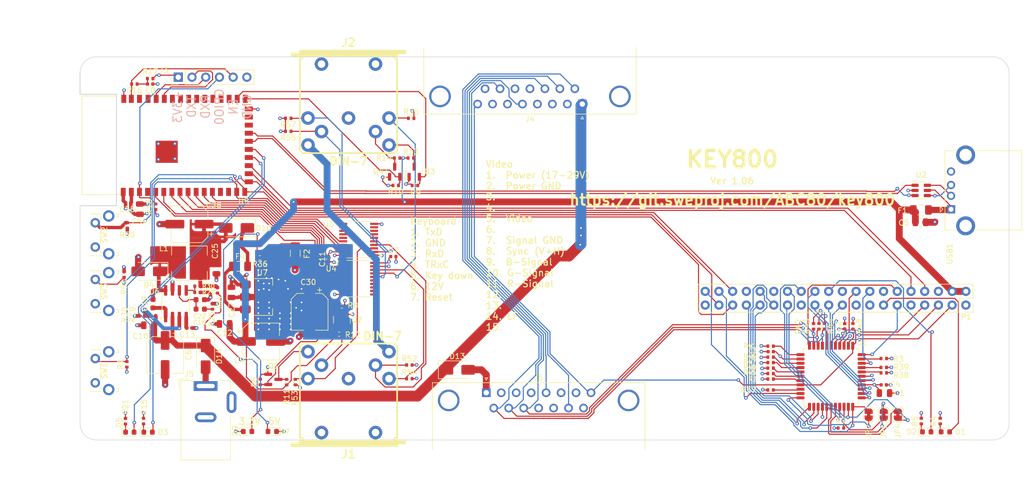
<source format=kicad_pcb>
(kicad_pcb
	(version 20240108)
	(generator "pcbnew")
	(generator_version "8.0")
	(general
		(thickness 1.6)
		(legacy_teardrops no)
	)
	(paper "A4")
	(title_block
		(title "KEY800")
		(date "2024-10-18")
		(rev "1.06")
		(company "www.SweProj.com")
	)
	(layers
		(0 "F.Cu" signal)
		(1 "In1.Cu" power)
		(2 "In2.Cu" power)
		(31 "B.Cu" signal)
		(34 "B.Paste" user)
		(35 "F.Paste" user)
		(36 "B.SilkS" user "B.Silkscreen")
		(37 "F.SilkS" user "F.Silkscreen")
		(38 "B.Mask" user)
		(39 "F.Mask" user)
		(40 "Dwgs.User" user "User.Drawings")
		(41 "Cmts.User" user "User.Comments")
		(44 "Edge.Cuts" user)
		(45 "Margin" user)
		(46 "B.CrtYd" user "B.Courtyard")
		(47 "F.CrtYd" user "F.Courtyard")
		(48 "B.Fab" user)
		(49 "F.Fab" user)
	)
	(setup
		(stackup
			(layer "F.SilkS"
				(type "Top Silk Screen")
			)
			(layer "F.Paste"
				(type "Top Solder Paste")
			)
			(layer "F.Mask"
				(type "Top Solder Mask")
				(thickness 0.01)
			)
			(layer "F.Cu"
				(type "copper")
				(thickness 0.035)
			)
			(layer "dielectric 1"
				(type "core")
				(thickness 0.48)
				(material "FR4")
				(epsilon_r 4.5)
				(loss_tangent 0.02)
			)
			(layer "In1.Cu"
				(type "copper")
				(thickness 0.035)
			)
			(layer "dielectric 2"
				(type "prepreg")
				(thickness 0.48)
				(material "FR4")
				(epsilon_r 4.5)
				(loss_tangent 0.02)
			)
			(layer "In2.Cu"
				(type "copper")
				(thickness 0.035)
			)
			(layer "dielectric 3"
				(type "core")
				(thickness 0.48)
				(material "FR4")
				(epsilon_r 4.5)
				(loss_tangent 0.02)
			)
			(layer "B.Cu"
				(type "copper")
				(thickness 0.035)
			)
			(layer "B.Mask"
				(type "Bottom Solder Mask")
				(thickness 0.01)
			)
			(layer "B.Paste"
				(type "Bottom Solder Paste")
			)
			(layer "B.SilkS"
				(type "Bottom Silk Screen")
			)
			(copper_finish "None")
			(dielectric_constraints no)
		)
		(pad_to_mask_clearance 0.05)
		(solder_mask_min_width 0.4)
		(allow_soldermask_bridges_in_footprints yes)
		(aux_axis_origin 84.402 56.40096)
		(grid_origin 45.002 28.00096)
		(pcbplotparams
			(layerselection 0x003f3fc_ffffffff)
			(plot_on_all_layers_selection 0x0000000_00000000)
			(disableapertmacros no)
			(usegerberextensions yes)
			(usegerberattributes no)
			(usegerberadvancedattributes no)
			(creategerberjobfile no)
			(dashed_line_dash_ratio 12.000000)
			(dashed_line_gap_ratio 3.000000)
			(svgprecision 4)
			(plotframeref no)
			(viasonmask no)
			(mode 1)
			(useauxorigin no)
			(hpglpennumber 1)
			(hpglpenspeed 20)
			(hpglpendiameter 15.000000)
			(pdf_front_fp_property_popups yes)
			(pdf_back_fp_property_popups yes)
			(dxfpolygonmode yes)
			(dxfimperialunits yes)
			(dxfusepcbnewfont yes)
			(psnegative no)
			(psa4output no)
			(plotreference yes)
			(plotvalue no)
			(plotfptext yes)
			(plotinvisibletext no)
			(sketchpadsonfab no)
			(subtractmaskfromsilk no)
			(outputformat 1)
			(mirror no)
			(drillshape 0)
			(scaleselection 1)
			(outputdirectory "v103")
		)
	)
	(net 0 "")
	(net 1 "Net-(U6-SS)")
	(net 2 "Net-(U6-COMP)")
	(net 3 "/SYNC")
	(net 4 "/DETECT")
	(net 5 "/SPDATA")
	(net 6 "/SPCLK")
	(net 7 "/CLKEN")
	(net 8 "/R1")
	(net 9 "/B1")
	(net 10 "/G2")
	(net 11 "/R2")
	(net 12 "/B2")
	(net 13 "/R3")
	(net 14 "/G3")
	(net 15 "/B3")
	(net 16 "/B0")
	(net 17 "/G0")
	(net 18 "/R0")
	(net 19 "/G1")
	(net 20 "/GPIO27_genlock")
	(net 21 "/GPIO25_mode7")
	(net 22 "/GPIO0_sp_data")
	(net 23 "/GPIO20_sp_clk")
	(net 24 "/GPIO1_sp_clken")
	(net 25 "/GPIO17_psync")
	(net 26 "/GPIO18_Version")
	(net 27 "/GPIO22_analog")
	(net 28 "/GPIO24_mux")
	(net 29 "/GPIO21_clk")
	(net 30 "/GPIO2_Q00")
	(net 31 "/GPIO3_Q01")
	(net 32 "/GPIO4_Q02")
	(net 33 "/GPIO10_Q08")
	(net 34 "/GPIO9_Q07")
	(net 35 "/GPIO11_Q09")
	(net 36 "/GPIO8_Q06")
	(net 37 "/GPIO7_Q05")
	(net 38 "/GPIO5_Q03")
	(net 39 "/GPIO6_Q04")
	(net 40 "/GPIO12_Q10")
	(net 41 "/GPIO13_Q11")
	(net 42 "/GPIO23_csync")
	(net 43 "GND")
	(net 44 "+5V")
	(net 45 "+24V")
	(net 46 "Net-(C8-Pad1)")
	(net 47 "Net-(U6-BOOT)")
	(net 48 "Net-(C16-Pad2)")
	(net 49 "Net-(D4-K)")
	(net 50 "Net-(D10-A)")
	(net 51 "Net-(U7-VO)")
	(net 52 "Net-(D1-K)")
	(net 53 "Net-(D2-K)")
	(net 54 "+3V3")
	(net 55 "Net-(D3-K)")
	(net 56 "Net-(D3-A)")
	(net 57 "Net-(D5-K)")
	(net 58 "Net-(D5-A)")
	(net 59 "Net-(D7-A)")
	(net 60 "ESP32_EN")
	(net 61 "ESP32_IO0")
	(net 62 "ESP32_RXD")
	(net 63 "ESP32_TXD")
	(net 64 "Net-(D9-A)")
	(net 65 "/Keyboard/RESET_IN")
	(net 66 "Net-(D10-K)")
	(net 67 "/Keyboard/KD_IN")
	(net 68 "Net-(D13-A)")
	(net 69 "/Keyboard/RESET_OUT")
	(net 70 "Net-(D14-A)")
	(net 71 "/Keyboard/KD_OUT")
	(net 72 "Net-(U2-VBUS)")
	(net 73 "/Keyboard/TRxC_IN")
	(net 74 "/Keyboard/RxD_IN")
	(net 75 "/Keyboard/TxD_IN")
	(net 76 "/Keyboard/TRxC_OUT")
	(net 77 "/Keyboard/RxD_OUT")
	(net 78 "/Keyboard/TxD_OUT")
	(net 79 "Net-(Q1-D)")
	(net 80 "Net-(Q2-D)")
	(net 81 "Net-(Q4-D)")
	(net 82 "/Keyboard/USB_D+")
	(net 83 "/Keyboard/USB_D-")
	(net 84 "Net-(Q3-D)")
	(net 85 "unconnected-(J4-Pad3)")
	(net 86 "unconnected-(J4-Pad4)")
	(net 87 "unconnected-(J4-P12-Pad12)")
	(net 88 "unconnected-(J4-Pad6)")
	(net 89 "unconnected-(J4-P13-Pad13)")
	(net 90 "unconnected-(J4-P15-Pad15)")
	(net 91 "unconnected-(J5-Pad3)")
	(net 92 "unconnected-(J6-P15-Pad15)")
	(net 93 "unconnected-(J6-Pad4)")
	(net 94 "/Keyboard/TRxC_OUT_3V3")
	(net 95 "/Keyboard/RxD_OUT_3V3")
	(net 96 "/Keyboard/TxD_IN_3V3")
	(net 97 "unconnected-(J6-P13-Pad13)")
	(net 98 "unconnected-(J6-Pad6)")
	(net 99 "unconnected-(J6-Pad3)")
	(net 100 "unconnected-(J6-P12-Pad12)")
	(net 101 "Net-(U6-EN)")
	(net 102 "Net-(U6-VSENSE)")
	(net 103 "Net-(USB1-D+)")
	(net 104 "Net-(USB1-D-)")
	(net 105 "unconnected-(U3-A5-Pad7)")
	(net 106 "unconnected-(U3-B4-Pad14)")
	(net 107 "unconnected-(U3-B7-Pad11)")
	(net 108 "unconnected-(U3-A3-Pad5)")
	(net 109 "unconnected-(U3-B3-Pad15)")
	(net 110 "unconnected-(U3-A4-Pad6)")
	(net 111 "/Keyboard/RxD_IN_3V3")
	(net 112 "/Keyboard/TRxC_IN_3V3")
	(net 113 "/Keyboard/TxD_OUT_3V3")
	(net 114 "unconnected-(U3-A7-Pad9)")
	(net 115 "unconnected-(U3-A6-Pad8)")
	(net 116 "unconnected-(U3-B5-Pad13)")
	(net 117 "unconnected-(U3-B6-Pad12)")
	(net 118 "unconnected-(U4-B4-Pad14)")
	(net 119 "unconnected-(U4-A5-Pad7)")
	(net 120 "unconnected-(U4-A6-Pad8)")
	(net 121 "unconnected-(U4-A3-Pad5)")
	(net 122 "unconnected-(U4-B7-Pad11)")
	(net 123 "unconnected-(U4-A7-Pad9)")
	(net 124 "unconnected-(U4-B6-Pad12)")
	(net 125 "unconnected-(U4-A4-Pad6)")
	(net 126 "unconnected-(U4-B3-Pad15)")
	(net 127 "unconnected-(U4-B5-Pad13)")
	(net 128 "unconnected-(U5-IO41-Pad35)")
	(net 129 "unconnected-(U5-IO37-Pad31)")
	(net 130 "unconnected-(U5-IO38-Pad32)")
	(net 131 "unconnected-(U5-IO39-Pad33)")
	(net 132 "unconnected-(U5-IO10-Pad13)")
	(net 133 "unconnected-(U5-IO46-Pad40)")
	(net 134 "unconnected-(U5-IO26-Pad25)")
	(net 135 "unconnected-(U5-IO35-Pad29)")
	(net 136 "unconnected-(U5-IO42-Pad36)")
	(net 137 "unconnected-(U5-IO45-Pad39)")
	(net 138 "unconnected-(U5-IO21-Pad24)")
	(net 139 "BTN3")
	(net 140 "BTN1")
	(net 141 "BTN2")
	(net 142 "/LF")
	(net 143 "/Video")
	(net 144 "unconnected-(U5-IO01-Pad4)")
	(net 145 "+12V")
	(net 146 "unconnected-(U5-IO40-Pad34)")
	(net 147 "unconnected-(U5-IO11-Pad14)")
	(net 148 "PI_TxD")
	(net 149 "PI_RxD")
	(net 150 "unconnected-(U5-IO36-Pad30)")
	(footprint "key800:RPi_Hat_Mounting_Hole" (layer "F.Cu") (at 41.63 132.73))
	(footprint "key800:RPi_Hat_Mounting_Hole" (layer "F.Cu") (at 207.374 132.73))
	(footprint "key800:RPi_Hat_Mounting_Hole" (layer "F.Cu") (at 41.63 68.27))
	(footprint "Jumper:SolderJumper-2_P1.3mm_Bridged_RoundedPad1.0x1.5mm" (layer "F.Cu") (at 184.5115 131.31546 -90))
	(footprint "Jumper:SolderJumper-2_P1.3mm_Bridged_RoundedPad1.0x1.5mm" (layer "F.Cu") (at 187.3055 131.31546 90))
	(footprint "Jumper:SolderJumper-2_P1.3mm_Bridged_RoundedPad1.0x1.5mm" (layer "F.Cu") (at 189.909 131.31546 90))
	(footprint "Capacitor_SMD:C_0805_2012Metric" (layer "F.Cu") (at 187.4325 127.31496))
	(footprint "Capacitor_SMD:C_0402_1005Metric" (layer "F.Cu") (at 180.0665 114.93246 90))
	(footprint "Capacitor_SMD:C_0402_1005Metric" (layer "F.Cu") (at 166.3785 119.63146 180))
	(footprint "Resistor_SMD:R_0402_1005Metric" (layer "F.Cu") (at 47.161 121.98096 90))
	(footprint "Resistor_SMD:R_0402_1005Metric" (layer "F.Cu") (at 197.752 132.50096 90))
	(footprint "Resistor_SMD:R_0402_1005Metric" (layer "F.Cu") (at 194.252 132.50096 90))
	(footprint "Button_Switch_THT:SW_Tactile_SPST_Angled_PTS645Vx39-2LFS" (layer "F.Cu") (at 41.319 125.40996 90))
	(footprint "Package_QFP:LQFP-44_10x10mm_P0.8mm" (layer "F.Cu") (at 177.5495 124.19146 90))
	(footprint "key800:PinSocket_2x20_P2.54mm_Vertical_Custom" (layer "F.Cu") (at 202.502 111.00096 -90))
	(footprint "Resistor_SMD:R_0402_1005Metric" (layer "F.Cu") (at 179.368 133.79196 180))
	(footprint "LED_SMD:LED_0603_1608Metric" (layer "F.Cu") (at 198.713 134.5))
	(footprint "LED_SMD:LED_0603_1608Metric" (layer "F.Cu") (at 195.252 134.5))
	(footprint "Capacitor_SMD:CP_Elec_6.3x7.7" (layer "F.Cu") (at 54.252 120.25096 -90))
	(footprint "Capacitor_SMD:C_0402_1005Metric" (layer "F.Cu") (at 51.479 70.03796))
	(footprint "Capacitor_SMD:CP_Elec_6.3x7.7" (layer "F.Cu") (at 72.002 117.75096))
	(footprint "Capacitor_SMD:C_0805_2012Metric" (layer "F.Cu") (at 51.252 114.75096 180))
	(footprint "Capacitor_SMD:C_0805_2012Metric" (layer "F.Cu") (at 65.252 114.50096 180))
	(footprint "Capacitor_SMD:C_0402_1005Metric" (layer "F.Cu") (at 58.752 115.25096))
	(footprint "Capacitor_SMD:C_0603_1608Metric" (layer "F.Cu") (at 60.752 111.75096))
	(footprint "Capacitor_SMD:C_0603_1608Metric" (layer "F.Cu") (at 52.002 110.75096 -90))
	(footprint "Capacitor_SMD:C_0603_1608Metric" (layer "F.Cu") (at 60.752 110.00096))
	(footprint "Capacitor_SMD:C_0805_2012Metric" (layer "F.Cu") (at 66.5285 108.64596 90))
	(footprint "Capacitor_SMD:CP_Elec_6.3x7.7" (layer "F.Cu") (at 58.752 96.00096 180))
	(footprint "Capacitor_SMD:CP_Elec_6.3x7.7" (layer "F.Cu") (at 81.002 112.25096 -90))
	(footprint "Capacitor_SMD:C_0805_2012Metric" (layer "F.Cu") (at 49.574 93.21796 90))
	(footprint "Capacitor_SMD:C_0402_1005Metric" (layer "F.Cu") (at 47.415 92.07246 180))
	(footprint "LED_SMD:LED_0603_1608Metric" (layer "F.Cu") (at 51.098 134.55396))
	(footprint "Diode_SMD:D_SMA"
		(layer "F.Cu")
		(uuid "00000000-0000-0000-0000-0000613a69d2")
		(at 51.252 104.75096 180)
		(descr "Diode SMA (DO-214AC)")
		(tags "Diode SMA (DO-214AC)")
		(property "Reference" "D4"
			(at 0 -2.5 0)
			(layer "F.SilkS")
			(uuid "7526ea98-83dd-4743-ba04-6874601d8054")
			(effects
				(font
					(size 1 1)
					(thickness 0.15)
				)
			)
		)
		(property "Value" "MBRA340T"
			(at 0 2.6 0)
			(layer "F.Fab")
			(uuid "d8b06567-65f0-4986-80cf-233b171faecf")
			(effects
				(font
					(size 1 1)
					(thickness 0.15)
				)
			)
		)
		(property "Footprint" "Diode_SMD:D_SMA"
			(at 0 0 180)
			(layer "F.Fab")
			(hide yes)
			(uuid "f2d13ae5-38d4-4ad9-81c2-71675e61f45c")
			(effects
				(font
					(size 1.27 1.27)
					(thickness 0.15)
				)
			)
		)
		(property "Datasheet" ""
			(at 0 0 180)
			(layer "F.Fab")
			(hide yes)
			(uuid "3be751af-f989-40e5-8ba1-465027e73bb4")
			(effects
				(font
					(size 1.27 1.27)
					(thickness 0.15)
				)
			)
		)
		(property "Description" ""
			(at 0 0 180)
			(layer "F.Fab")
			(hide
... [1313110 chars truncated]
</source>
